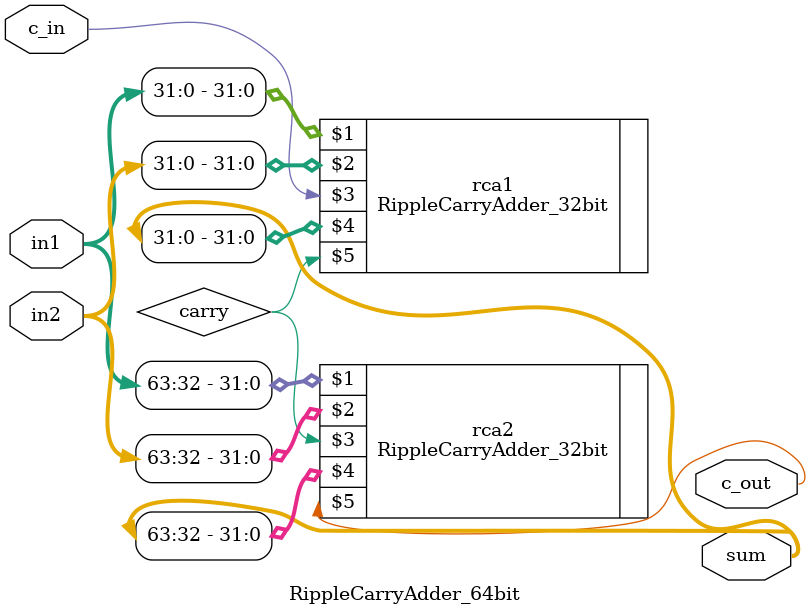
<source format=v>
`timescale 1ns / 1ps
/*
	Assignment Number: 3
	Problem Number: 1 Ripple Carry Adder
	Semester Number: 5
	Group Number: 22 
	Group Members: Nikhil Saraswat(20CS10039), Amit Kumar (20CS30003)
*/
//////////////////////////////////////////////////////////////////////////////////

module RippleCarryAdder_64bit(in1, in2, c_in, sum, c_out); // 64 bit ripple carry adder
	output [63:0] sum; // sum of in1 and in2
    output c_out; // carry out
	 
    input [63:0] in1,in2; // input 1 and input 2
    input c_in; // carry in
	 
	wire carry; 
	 //cascaded 2 32bit RCAs using carry wire
    RippleCarryAdder_32bit rca1(in1[31:0], in2[31:0], c_in, sum[31:0], carry);
    RippleCarryAdder_32bit rca2(in1[63:32], in2[63:32], carry, sum[63:32], c_out);


endmodule

</source>
